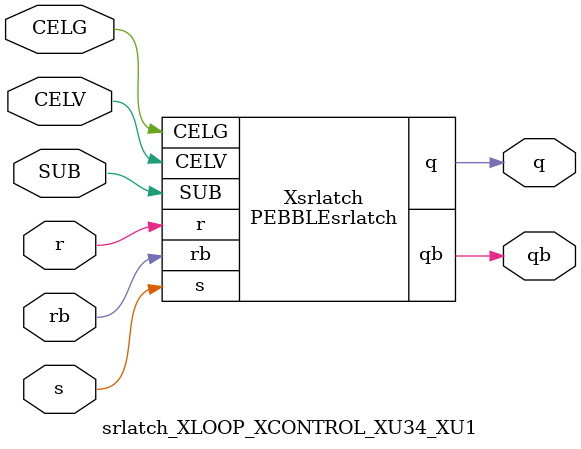
<source format=v>



module PEBBLEsrlatch ( q, qb, CELG, CELV, SUB, r, rb, s );

  input CELV;
  input s;
  output q;
  input rb;
  input r;
  input SUB;
  input CELG;
  output qb;
endmodule

//Celera Confidential Do Not Copy srlatch_XLOOP_XCONTROL_XU34_XU1
//Celera Confidential Symbol Generator
//SR Latch
module srlatch_XLOOP_XCONTROL_XU34_XU1 (CELV,CELG,s,r,rb,q,qb,SUB);
input CELV;
input CELG;
input s;
input r;
input rb;
input SUB;
output q;
output qb;

//Celera Confidential Do Not Copy srlatch
PEBBLEsrlatch Xsrlatch(
.CELV (CELV),
.r (r),
.s (s),
.q (q),
.qb (qb),
.rb (rb),
.SUB (SUB),
.CELG (CELG)
);
//,diesize,PEBBLEsrlatch

//Celera Confidential Do Not Copy Module End
//Celera Schematic Generator
endmodule

</source>
